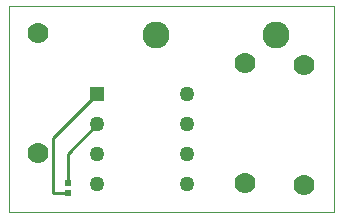
<source format=gbr>
G04 PROTEUS GERBER X2 FILE*
%TF.GenerationSoftware,Labcenter,Proteus,8.17-SP2-Build37159*%
%TF.CreationDate,2025-10-11T08:53:27+00:00*%
%TF.FileFunction,Copper,L1,Top*%
%TF.FilePolarity,Positive*%
%TF.Part,Single*%
%TF.SameCoordinates,{a55e4d6c-05e1-4aca-87d3-cb5da3fea1e9}*%
%FSLAX45Y45*%
%MOMM*%
G01*
%TA.AperFunction,Conductor*%
%ADD10C,0.254000*%
%TA.AperFunction,ComponentPad*%
%ADD11R,1.270000X1.270000*%
%ADD12C,1.270000*%
%TA.AperFunction,SMDPad,CuDef*%
%ADD13R,0.609600X0.609600*%
%TA.AperFunction,ComponentPad*%
%ADD14C,2.286000*%
%ADD15C,1.778000*%
%TA.AperFunction,Profile*%
%ADD16C,0.101600*%
%TD.AperFunction*%
D10*
X-2250000Y+250000D02*
X-2250000Y+496000D01*
X-2000000Y+746000D01*
X-2250000Y+160000D02*
X-2371415Y+160000D01*
X-2371415Y+628585D01*
X-2000000Y+1000000D01*
D11*
X-2000000Y+1000000D03*
D12*
X-2000000Y+746000D03*
X-2000000Y+492000D03*
X-2000000Y+238000D03*
X-1238000Y+238000D03*
X-1238000Y+492000D03*
X-1238000Y+746000D03*
X-1238000Y+1000000D03*
D13*
X-2250000Y+250000D03*
X-2250000Y+160000D03*
D14*
X-1500000Y+1500000D03*
X-484000Y+1500000D03*
D15*
X-750000Y+250000D03*
X-750000Y+1266000D03*
X-2500000Y+500000D03*
X-2500000Y+1516000D03*
X-250000Y+234000D03*
X-250000Y+1250000D03*
D16*
X-2750000Y+0D02*
X+0Y+0D01*
X+0Y+1750000D01*
X-2750000Y+1750000D01*
X-2750000Y+0D01*
M02*

</source>
